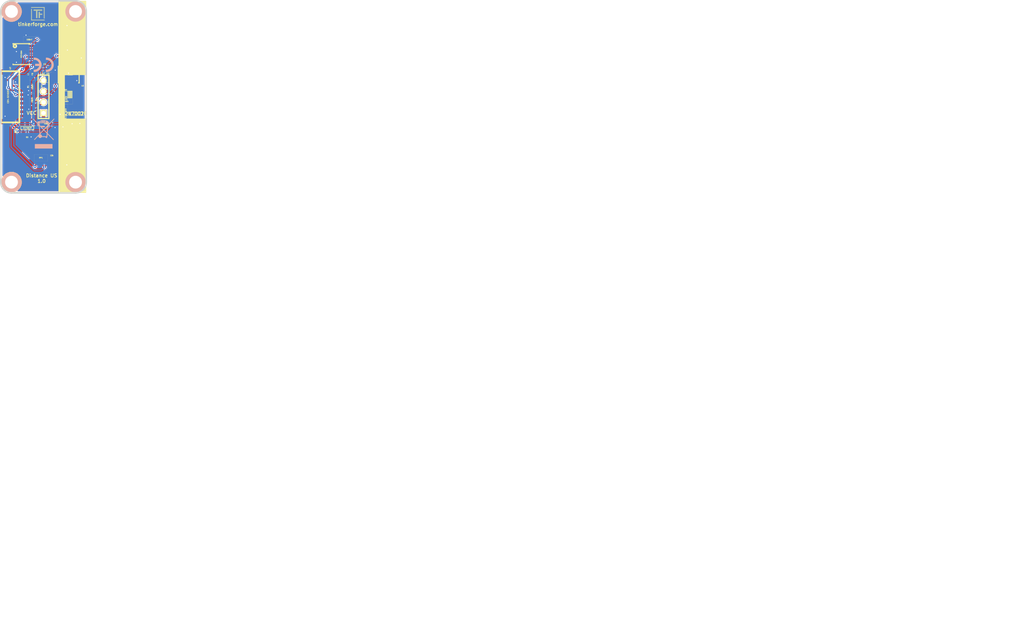
<source format=kicad_pcb>
(kicad_pcb (version 3) (host pcbnew "(2013-05-18 BZR 4017)-stable")
  (title_block (title "Distance US Bricklet") (rev 1.0) (company "Tinkerforge GmbH") (comment 1 "Licensed under CERN OHL v.1.1") (comment 2 "Copyright (©) 2013, B.Nordmeyer <bastian@tinkerforge.com>"))
  (layers (15 Vorderseite signal) (0 Rückseite signal) (18 B.Paste user) (19 F.Paste user) (20 B.SilkS user hide) (21 F.SilkS user) (22 B.Mask user) (23 F.Mask user) (28 Edge.Cuts user))
  (net 0 "")
  (net 1 +5V)
  (net 2 GND)
  (net 3 N-0000010)
  (net 4 N-0000011)
  (net 5 N-0000012)
  (net 6 N-0000014)
  (net 7 N-0000015)
  (net 8 N-0000016)
  (net 9 N-0000017)
  (net 10 N-000002)
  (net 11 N-000006)
  (net 12 N-000009)
  (net 13 Trigger)
  (net 14 VAA)
  (net 15 VCC)
  (module WEEE_7mm (layer Rückseite) (at 52.9 50.9)
    (fp_text reference VAL hide)
    (fp_text value WEEE_7mm hide)
  )
  (module SOIC8 (layer Vorderseite) (at 58.8 37.1)
    (fp_text reference U1 (at 3.29946 2.60096) (layer F.SilkS) (effects (font (size 0.29972 0.29972) (thickness 0.0762))))
    (fp_text value LMV358LI (at 0 0) (layer F.SilkS) (effects (font (size 0.29972 0.29972) (thickness 0.07493))))
    (pad 1 smd rect (at -1.90246 2.69748 180) (size 0.59944 1.5494) (layers Vorderseite F.Paste F.Mask))
    (pad 2 smd rect (at -0.63246 2.69748 180) (size 0.59944 1.5494) (layers Vorderseite F.Paste F.Mask) (net 6 N-0000014))
    (pad 3 smd rect (at 0.63246 2.69748 180) (size 0.59944 1.5494) (layers Vorderseite F.Paste F.Mask) (net 6 N-0000014))
    (pad 4 smd rect (at 1.90246 2.69748 180) (size 0.59944 1.5494) (layers Vorderseite F.Paste F.Mask) (net 2 GND))
    (pad 5 smd rect (at 1.90246 -2.69748) (size 0.59944 1.5494) (layers Vorderseite F.Paste F.Mask) (net 10 N-000002))
    (pad 6 smd rect (at 0.63246 -2.69748) (size 0.59944 1.5494) (layers Vorderseite F.Paste F.Mask) (net 5 N-0000012))
    (pad 7 smd rect (at -0.63246 -2.69748) (size 0.59944 1.5494) (layers Vorderseite F.Paste F.Mask) (net 5 N-0000012))
    (pad 8 smd rect (at -1.90246 -2.69748) (size 0.59944 1.5494) (layers Vorderseite F.Paste F.Mask) (net 14 VAA))
  )
  (module DRILL_NP (layer Vorderseite) (at 60.4 22.3)
    (fp_text reference U3 hide)
    (fp_text value DRILL hide)
    (pad "" thru_hole circle (at 0 0) (size 2.99974 2.99974) (drill 2.99974) (layers *.Cu *.SilkS *.Mask) (clearance 0.89916))
  )
  (module DRILL_NP (layer Vorderseite) (at 45.4 62.3)
    (fp_text reference U4 hide)
    (fp_text value DRILL hide)
    (pad "" thru_hole circle (at 0 0) (size 2.99974 2.99974) (drill 2.99974) (layers *.Cu *.SilkS *.Mask) (clearance 0.89916))
  )
  (module DRILL_NP (layer Vorderseite) (at 45.4 22.3)
    (fp_text reference U6 hide)
    (fp_text value DRILL hide)
    (pad "" thru_hole circle (at 0 0) (size 2.99974 2.99974) (drill 2.99974) (layers *.Cu *.SilkS *.Mask) (clearance 0.89916))
  )
  (module DRILL_NP (layer Vorderseite) (at 60.4 62.3)
    (fp_text reference U5 hide)
    (fp_text value DRILL hide)
    (pad "" thru_hole circle (at 0 0) (size 2.99974 2.99974) (drill 2.99974) (layers *.Cu *.SilkS *.Mask) (clearance 0.89916))
  )
  (module CON-SENSOR (layer Vorderseite) (at 43 42.3 270)
    (fp_text reference P1 (at 7.9502 -3.50012 270) (layer F.SilkS) (effects (font (size 0.59944 0.59944) (thickness 0.12446))))
    (fp_text value CON-SENSOR (at 0 -1.6002 270) (layer F.SilkS) (effects (font (size 0.29972 0.29972) (thickness 0.07112))))
    (pad 1 smd rect (at -4.50088 -4.7752 270) (size 0.59944 1.5494) (layers Vorderseite F.Paste F.Mask) (net 1 +5V))
    (pad 2 smd rect (at -3.50012 -4.7752 270) (size 0.59944 1.5494) (layers Vorderseite F.Paste F.Mask) (net 2 GND))
    (pad 3 smd rect (at -2.49936 -4.7752 270) (size 0.59944 1.5494) (layers Vorderseite F.Paste F.Mask) (net 15 VCC))
    (pad 4 smd rect (at -1.50114 -4.7752 270) (size 0.59944 1.5494) (layers Vorderseite F.Paste F.Mask) (net 7 N-0000015))
    (pad 5 smd rect (at -0.50038 -4.7752 270) (size 0.59944 1.5494) (layers Vorderseite F.Paste F.Mask) (net 8 N-0000016))
    (pad 6 smd rect (at 0.50038 -4.7752 270) (size 0.59944 1.5494) (layers Vorderseite F.Paste F.Mask) (net 9 N-0000017))
    (pad 7 smd rect (at 1.50114 -4.7752 270) (size 0.59944 1.5494) (layers Vorderseite F.Paste F.Mask) (net 5 N-0000012))
    (pad 8 smd rect (at 2.49936 -4.7752 270) (size 0.59944 1.5494) (layers Vorderseite F.Paste F.Mask) (net 11 N-000006))
    (pad 9 smd rect (at 3.50012 -4.7752 270) (size 0.59944 1.5494) (layers Vorderseite F.Paste F.Mask) (net 12 N-000009))
    (pad 10 smd rect (at 4.50088 -4.7752 270) (size 0.59944 1.5494) (layers Vorderseite F.Paste F.Mask))
    (pad EP smd rect (at -5.79882 -0.89916 270) (size 1.19888 1.80086) (layers Vorderseite F.Paste F.Mask) (net 2 GND))
    (pad EP smd rect (at 5.79882 -0.89916 270) (size 1.19888 1.80086) (layers Vorderseite F.Paste F.Mask) (net 2 GND))
  )
  (module SOIC8 (layer Vorderseite) (at 47.7 32.3 270)
    (fp_text reference U2 (at 3.29946 2.60096 270) (layer F.SilkS) (effects (font (size 0.29972 0.29972) (thickness 0.0762))))
    (fp_text value M24C64 (at 0 0 270) (layer F.SilkS) (effects (font (size 0.29972 0.29972) (thickness 0.0762))))
    (pad 1 smd rect (at -1.90246 2.69748 90) (size 0.59944 1.5494) (layers Vorderseite F.Paste F.Mask) (net 2 GND))
    (pad 2 smd rect (at -0.63246 2.69748 90) (size 0.59944 1.5494) (layers Vorderseite F.Paste F.Mask) (net 2 GND))
    (pad 3 smd rect (at 0.63246 2.69748 90) (size 0.59944 1.5494) (layers Vorderseite F.Paste F.Mask) (net 9 N-0000017))
    (pad 4 smd rect (at 1.90246 2.69748 90) (size 0.59944 1.5494) (layers Vorderseite F.Paste F.Mask) (net 2 GND))
    (pad 5 smd rect (at 1.90246 -2.69748 270) (size 0.59944 1.5494) (layers Vorderseite F.Paste F.Mask) (net 8 N-0000016))
    (pad 6 smd rect (at 0.63246 -2.69748 270) (size 0.59944 1.5494) (layers Vorderseite F.Paste F.Mask) (net 7 N-0000015))
    (pad 7 smd rect (at -0.63246 -2.69748 270) (size 0.59944 1.5494) (layers Vorderseite F.Paste F.Mask))
    (pad 8 smd rect (at -1.90246 -2.69748 270) (size 0.59944 1.5494) (layers Vorderseite F.Paste F.Mask) (net 15 VCC))
  )
  (module 0805 (layer Vorderseite) (at 53.2 35.7)
    (fp_text reference C3 (at 0 -1.04902) (layer F.SilkS) (effects (font (size 0.29972 0.29972) (thickness 0.0762))))
    (fp_text value "2.2uF 10V" (at 0 1.15062) (layer F.SilkS) (effects (font (size 0.29972 0.29972) (thickness 0.0762))))
    (pad 1 smd rect (at -1.00076 0) (size 1.00076 1.24968) (layers Vorderseite F.Paste F.Mask) (net 14 VAA) (clearance 0.14986))
    (pad 2 smd rect (at 1.00076 0) (size 1.00076 1.24968) (layers Vorderseite F.Paste F.Mask) (net 2 GND) (clearance 0.14986))
  )
  (module SOT23GDS (layer Vorderseite) (at 49.1 49.6 180)
    (fp_text reference Q1 (at 0 -2.159 180) (layer F.SilkS) (effects (font (size 0.3 0.3) (thickness 0.075))))
    (fp_text value 2N7002P (at 0 0 180) (layer F.SilkS) (effects (font (size 0.3 0.3) (thickness 0.075))))
    (pad S smd rect (at -0.889 -1.016 180) (size 0.9144 0.9144) (layers Vorderseite F.Paste F.Mask) (net 2 GND))
    (pad G smd rect (at 0.889 -1.016 180) (size 0.9144 0.9144) (layers Vorderseite F.Paste F.Mask) (net 12 N-000009))
    (pad D smd rect (at 0 1.016 180) (size 0.9144 0.9144) (layers Vorderseite F.Paste F.Mask) (net 13 Trigger))
  )
  (module 1206 (layer Vorderseite) (at 57.45 46.25 270)
    (fp_text reference C6 (at 0 0.5375 270) (layer F.SilkS) (effects (font (size 0.3 0.3) (thickness 0.075))))
    (fp_text value "0,1µF NC0" (at 0 -0.65 270) (layer F.SilkS) (effects (font (size 0.3 0.3) (thickness 0.075))))
    (pad 1 smd rect (at -1.50114 0 270) (size 1.00076 1.6002) (layers Vorderseite F.Paste F.Mask) (net 10 N-000002))
    (pad 2 smd rect (at 1.50114 0 270) (size 1.00076 1.6002) (layers Vorderseite F.Paste F.Mask) (net 2 GND))
  )
  (module pin_array_4x1 (layer Vorderseite) (at 52.9 42.3 90)
    (fp_text reference P2 (at 2.5 -0.4 90) (layer F.SilkS) (effects (font (size 0.3 0.3) (thickness 0.075))))
    (fp_text value CONN_4 hide)
    (pad 1 thru_hole rect (at -3.81 0 90) (size 1.524 1.524) (drill 1.016) (layers *.Cu *.Mask F.SilkS) (net 14 VAA))
    (pad 2 thru_hole circle (at -1.27 0 90) (size 1.524 1.524) (drill 1.016) (layers *.Cu *.Mask F.SilkS) (net 13 Trigger))
    (pad 3 thru_hole circle (at 1.27 0 90) (size 1.524 1.524) (drill 1.016) (layers *.Cu *.Mask F.SilkS) (net 3 N-0000010))
    (pad 4 thru_hole circle (at 3.81 0 90) (size 1.524 1.524) (drill 1.016) (layers *.Cu *.Mask F.SilkS) (net 2 GND))
  )
  (module 0603 (layer Vorderseite) (at 49.6 28.9 180)
    (fp_text reference C4 (at 0 -1.00076 180) (layer F.SilkS) (effects (font (size 0.29972 0.29972) (thickness 0.0762))))
    (fp_text value 100nF (at 0 0 180) (layer F.SilkS) (effects (font (size 0.29972 0.29972) (thickness 0.0762))))
    (pad 1 smd rect (at -0.8001 0 180) (size 0.8001 0.8001) (layers Vorderseite F.Paste F.Mask) (net 15 VCC))
    (pad 2 smd rect (at 0.8001 0 180) (size 0.8001 0.8001) (layers Vorderseite F.Paste F.Mask) (net 2 GND))
  )
  (module 0603 (layer Vorderseite) (at 50.3 37 90)
    (fp_text reference L1 (at 0 -1.00076 90) (layer F.SilkS) (effects (font (size 0.29972 0.29972) (thickness 0.0762))))
    (fp_text value FB (at 0 0 90) (layer F.SilkS) (effects (font (size 0.29972 0.29972) (thickness 0.0762))))
    (pad 1 smd rect (at -0.8001 0 90) (size 0.8001 0.8001) (layers Vorderseite F.Paste F.Mask) (net 1 +5V))
    (pad 2 smd rect (at 0.8001 0 90) (size 0.8001 0.8001) (layers Vorderseite F.Paste F.Mask) (net 14 VAA))
  )
  (module 0603 (layer Vorderseite) (at 53.7 48.6 180)
    (fp_text reference C7 (at 0 -1.00076 180) (layer F.SilkS) (effects (font (size 0.29972 0.29972) (thickness 0.0762))))
    (fp_text value 100nF (at 0 0 180) (layer F.SilkS) (effects (font (size 0.29972 0.29972) (thickness 0.0762))))
    (pad 1 smd rect (at -0.8001 0 180) (size 0.8001 0.8001) (layers Vorderseite F.Paste F.Mask) (net 2 GND))
    (pad 2 smd rect (at 0.8001 0 180) (size 0.8001 0.8001) (layers Vorderseite F.Paste F.Mask) (net 14 VAA))
  )
  (module 0603 (layer Vorderseite) (at 50.3 39.9 90)
    (fp_text reference C1 (at 0 -1.00076 90) (layer F.SilkS) (effects (font (size 0.29972 0.29972) (thickness 0.0762))))
    (fp_text value 100nF (at 0 0 90) (layer F.SilkS) (effects (font (size 0.29972 0.29972) (thickness 0.0762))))
    (pad 1 smd rect (at -0.8001 0 90) (size 0.8001 0.8001) (layers Vorderseite F.Paste F.Mask) (net 2 GND))
    (pad 2 smd rect (at 0.8001 0 90) (size 0.8001 0.8001) (layers Vorderseite F.Paste F.Mask) (net 1 +5V))
  )
  (module 0603 (layer Vorderseite) (at 58.25 43.35)
    (fp_text reference R1 (at 0 -1.00076) (layer F.SilkS) (effects (font (size 0.29972 0.29972) (thickness 0.0762))))
    (fp_text value 160k (at 0 0) (layer F.SilkS) (effects (font (size 0.29972 0.29972) (thickness 0.0762))))
    (pad 1 smd rect (at -0.8001 0) (size 0.8001 0.8001) (layers Vorderseite F.Paste F.Mask) (net 10 N-000002))
    (pad 2 smd rect (at 0.8001 0) (size 0.8001 0.8001) (layers Vorderseite F.Paste F.Mask) (net 4 N-0000011))
  )
  (module 0603 (layer Vorderseite) (at 57.7 32.7 180)
    (fp_text reference C2 (at 0 -1.00076 180) (layer F.SilkS) (effects (font (size 0.29972 0.29972) (thickness 0.0762))))
    (fp_text value 100nF (at 0 0 180) (layer F.SilkS) (effects (font (size 0.29972 0.29972) (thickness 0.0762))))
    (pad 1 smd rect (at -0.8001 0 180) (size 0.8001 0.8001) (layers Vorderseite F.Paste F.Mask) (net 2 GND))
    (pad 2 smd rect (at 0.8001 0 180) (size 0.8001 0.8001) (layers Vorderseite F.Paste F.Mask) (net 14 VAA))
  )
  (module Logo_31x31 (layer Vorderseite) (at 50 21.25)
    (fp_text reference G*** hide)
    (fp_text value Logo_31x31 hide)
  )
  (module CE_5mm (layer Rückseite) (at 52.9 34.8 180)
    (fp_text reference VAL hide)
    (fp_text value CE_5mm hide)
  )
  (module Fiducial_Mark (layer Vorderseite) (at 44.4 57.3)
    (fp_text reference Fiducial_Mark hide)
    (fp_text value VAL** hide)
    (pad 1 smd circle (at 0 0) (size 1.00076 1.00076) (layers Vorderseite F.Mask) (clearance 0.65024))
  )
  (module Fiducial_Mark (layer Vorderseite) (at 61.4 26.3)
    (fp_text reference Fiducial_Mark hide)
    (fp_text value VAL** hide)
    (pad 1 smd circle (at 0 0) (size 1.00076 1.00076) (layers Vorderseite F.Mask) (clearance 0.65024))
  )
  (module SOD-123 (layer Vorderseite) (at 58.25 41.75)
    (fp_text reference D1 (at 0 1.09982) (layer F.SilkS) (effects (font (size 0.29972 0.29972) (thickness 0.0762))))
    (fp_text value BAS16H (at -0.70104 -1.09982) (layer F.SilkS) (effects (font (size 0.29972 0.29972) (thickness 0.0762))))
    (pad 1 smd rect (at -1.84912 0) (size 1.19888 0.70104) (layers Vorderseite F.Paste F.Mask) (net 3 N-0000010) (clearance 0.14986))
    (pad 2 smd rect (at 1.84912 0) (size 1.19888 0.70104) (layers Vorderseite F.Paste F.Mask) (net 4 N-0000011) (clearance 0.14986))
  )
  (module SOT23GDS (layer Vorderseite) (at 60.5 46.25 180)
    (fp_text reference Q2 (at 0 -2.159 180) (layer F.SilkS) (effects (font (size 0.762 0.762) (thickness 0.2032))))
    (fp_text value 2N7002P (at 0 0 180) (layer F.SilkS) (effects (font (size 0.762 0.762) (thickness 0.2032))))
    (pad S smd rect (at -0.889 -1.016 180) (size 0.9144 0.9144) (layers Vorderseite F.Paste F.Mask) (net 2 GND))
    (pad G smd rect (at 0.889 -1.016 180) (size 0.9144 0.9144) (layers Vorderseite F.Paste F.Mask) (net 11 N-000006))
    (pad D smd rect (at 0 1.016 180) (size 0.9144 0.9144) (layers Vorderseite F.Paste F.Mask) (net 10 N-000002))
  )
  (module 0603X4 (layer Vorderseite) (at 52.3 56.6)
    (fp_text reference RP1 (at 0 0) (layer F.SilkS) (effects (font (size 0.29972 0.29972) (thickness 0.0762))))
    (fp_text value 10k (at 2.55016 -0.55118) (layer F.SilkS) (effects (font (size 0.29972 0.29972) (thickness 0.07493))))
    (pad 1 smd rect (at 1.19888 -0.8509) (size 0.44958 0.89916) (layers Vorderseite F.Paste F.Mask) (net 11 N-000006))
    (pad 2 smd rect (at 0.39878 -0.8509) (size 0.44958 0.89916) (layers Vorderseite F.Paste F.Mask) (net 12 N-000009))
    (pad 3 smd rect (at -0.39878 -0.8509) (size 0.44958 0.89916) (layers Vorderseite F.Paste F.Mask))
    (pad 4 smd rect (at -1.19888 -0.8509) (size 0.44958 0.89916) (layers Vorderseite F.Paste F.Mask) (net 13 Trigger))
    (pad 5 smd rect (at -1.19888 0.8509) (size 0.44958 0.89916) (layers Vorderseite F.Paste F.Mask) (net 14 VAA))
    (pad 6 smd rect (at -0.39878 0.8509) (size 0.44958 0.89916) (layers Vorderseite F.Paste F.Mask))
    (pad 7 smd rect (at 0.39878 0.8509) (size 0.44958 0.89916) (layers Vorderseite F.Paste F.Mask) (net 15 VCC))
    (pad 8 smd rect (at 1.19888 0.8509) (size 0.44958 0.89916) (layers Vorderseite F.Paste F.Mask) (net 15 VCC))
  )
  (module 0603 (layer Vorderseite) (at 50.25 43 270)
    (fp_text reference C5 (at 0 -1.00076 270) (layer F.SilkS) (effects (font (size 0.29972 0.29972) (thickness 0.0762))))
    (fp_text value 100nF (at 0 0 270) (layer F.SilkS) (effects (font (size 0.29972 0.29972) (thickness 0.0762))))
    (pad 1 smd rect (at -0.8001 0 270) (size 0.8001 0.8001) (layers Vorderseite F.Paste F.Mask) (net 2 GND))
    (pad 2 smd rect (at 0.8001 0 270) (size 0.8001 0.8001) (layers Vorderseite F.Paste F.Mask) (net 5 N-0000012))
  )
  (gr_text VCC (at 50.1 46.1) (layer F.SilkS) (effects (font (size 0.8 0.8))))
  (gr_line (start 62.9 22.25) (end 62.9 62.3) (angle 90) (layer Edge.Cuts) (width 0.381))
  (gr_line (start 45.4 19.8) (end 60.4 19.8) (angle 90) (layer Edge.Cuts) (width 0.381))
  (gr_line (start 42.9 62.3) (end 42.9 22.3) (angle 90) (layer Edge.Cuts) (width 0.381))
  (gr_line (start 60.4 64.8) (end 45.4 64.8) (angle 90) (layer Edge.Cuts) (width 0.381))
  (gr_arc (start 60.4 62.3) (end 62.9 62.3) (angle 90) (layer Edge.Cuts) (width 0.381))
  (gr_arc (start 60.4 22.3) (end 60.4 19.8) (angle 90) (layer Edge.Cuts) (width 0.381))
  (gr_arc (start 45.4 22.3) (end 42.9 22.3) (angle 90) (layer Edge.Cuts) (width 0.381))
  (gr_arc (start 45.4 62.3) (end 45.4 64.8) (angle 90) (layer Edge.Cuts) (width 0.381))
  (gr_text "Distance US\n1.0" (at 52.45 61.4) (layer F.SilkS) (effects (font (size 0.8 0.8))))
  (gr_text tinkerforge.com (at 51.6 25.3) (layer F.SilkS) (effects (font (size 0.8 0.8))))
  (segment (start 50.3 39.0999) (end 50.1999 39.0999) (width 0.8001) (layer Vorderseite) (net 1))
  (segment (start 48.89912 37.79912) (end 47.7752 37.79912) (width 0.8001) (layer Vorderseite) (net 1))
  (segment (start 50.1999 39.0999) (end 48.89912 37.79912) (width 0.8001) (layer Vorderseite) (net 1))
  (segment (start 50.3 39.0999) (end 50.3 37.8001) (width 0.8001) (layer Vorderseite) (net 1))
  (segment (start 49.3 41.85) (end 49.3 45.05) (width 0.29972) (layer Rückseite) (net 2))
  (via (at 49.45 45.2) (size 0.70104) (layers Vorderseite Rückseite) (net 2))
  (segment (start 49.3 45.05) (end 49.45 45.2) (width 0.29972) (layer Rückseite) (net 2))
  (segment (start 50.3 40.7001) (end 49.8501 40.7001) (width 0.8001) (layer Vorderseite) (net 2))
  (via (at 49.2 40.05) (size 0.70104) (layers Vorderseite Rückseite) (net 2))
  (segment (start 49.8501 40.7001) (end 49.2 40.05) (width 0.8001) (layer Vorderseite) (net 2))
  (segment (start 55.65 36.05) (end 54.55076 36.05) (width 0.8001) (layer Vorderseite) (net 2))
  (via (at 55.65 36.05) (size 0.70104) (layers Vorderseite Rückseite) (net 2))
  (segment (start 54.55076 36.05) (end 54.20076 35.7) (width 0.8001) (layer Vorderseite) (net 2))
  (segment (start 60.7 38.5) (end 60.5 38.5) (width 0.29972) (layer Vorderseite) (net 2))
  (via (at 58.75 36.75) (size 0.70104) (layers Vorderseite Rückseite) (net 2))
  (segment (start 60.5 38.5) (end 58.75 36.75) (width 0.29972) (layer Vorderseite) (net 2))
  (segment (start 58.5 31.35) (end 59.9 31.35) (width 0.29972) (layer Rückseite) (net 2))
  (via (at 61.75 33.2) (size 0.70104) (layers Vorderseite Rückseite) (net 2))
  (segment (start 59.9 31.35) (end 61.75 33.2) (width 0.29972) (layer Rückseite) (net 2))
  (segment (start 48.8 27.85) (end 56.15 27.85) (width 0.29972) (layer Vorderseite) (net 2))
  (via (at 58.4 25.6) (size 0.70104) (layers Vorderseite Rückseite) (net 2))
  (segment (start 56.15 27.85) (end 58.4 25.6) (width 0.29972) (layer Vorderseite) (net 2))
  (segment (start 61.4 48.55) (end 61.4 55.2) (width 0.29972) (layer Rückseite) (net 2))
  (via (at 58.35 58.25) (size 0.70104) (layers Vorderseite Rückseite) (net 2))
  (segment (start 61.4 55.2) (end 58.35 58.25) (width 0.29972) (layer Rückseite) (net 2))
  (segment (start 48.8 27.85) (end 48 27.85) (width 0.29972) (layer Rückseite) (net 2))
  (segment (start 46.55 29.3) (end 46.55 30.4) (width 0.29972) (layer Rückseite) (net 2))
  (segment (start 48 27.85) (end 46.55 29.3) (width 0.29972) (layer Rückseite) (net 2))
  (segment (start 58.5 31.35) (end 54.95 31.35) (width 0.29972) (layer Rückseite) (net 2))
  (segment (start 48.7999 27.8501) (end 48.7999 28.9) (width 0.29972) (layer Vorderseite) (net 2))
  (segment (start 48.8 27.85) (end 48.7999 27.8501) (width 0.29972) (layer Vorderseite) (net 2))
  (via (at 48.8 27.85) (size 0.70104) (layers Vorderseite Rückseite) (net 2))
  (segment (start 51.45 27.85) (end 48.8 27.85) (width 0.29972) (layer Rückseite) (net 2))
  (segment (start 54.95 31.35) (end 51.45 27.85) (width 0.29972) (layer Rückseite) (net 2))
  (segment (start 52.9 38.49) (end 53.21 38.49) (width 0.29972) (layer Rückseite) (net 2))
  (segment (start 58.5001 31.3501) (end 58.5001 32.7) (width 0.29972) (layer Vorderseite) (net 2))
  (segment (start 58.5 31.35) (end 58.5001 31.3501) (width 0.29972) (layer Vorderseite) (net 2))
  (via (at 58.5 31.35) (size 0.70104) (layers Vorderseite Rückseite) (net 2))
  (segment (start 58.5 33.2) (end 58.5 31.35) (width 0.29972) (layer Rückseite) (net 2))
  (segment (start 53.21 38.49) (end 55.65 36.05) (width 0.29972) (layer Rückseite) (net 2))
  (segment (start 55.65 36.05) (end 58.5 33.2) (width 0.29972) (layer Rückseite) (net 2))
  (segment (start 45.00252 30.39754) (end 46.54754 30.39754) (width 0.29972) (layer Vorderseite) (net 2))
  (segment (start 46.54754 30.39754) (end 46.55 30.4) (width 0.29972) (layer Vorderseite) (net 2))
  (via (at 46.55 30.4) (size 0.70104) (layers Vorderseite Rückseite) (net 2))
  (segment (start 46.55 30.4) (end 46.55 31.7) (width 0.29972) (layer Rückseite) (net 2))
  (segment (start 46.55 34.2) (end 46.55 31.7) (width 0.29972) (layer Rückseite) (net 2))
  (segment (start 46.51754 31.66754) (end 45.00252 31.66754) (width 0.29972) (layer Vorderseite) (net 2))
  (segment (start 46.55 31.7) (end 46.51754 31.66754) (width 0.29972) (layer Vorderseite) (net 2))
  (via (at 46.55 31.7) (size 0.70104) (layers Vorderseite Rückseite) (net 2))
  (segment (start 45.00252 34.20246) (end 46.54754 34.20246) (width 0.29972) (layer Vorderseite) (net 2))
  (segment (start 43.9 36.85) (end 43.9 37.75) (width 0.29972) (layer Rückseite) (net 2))
  (segment (start 46.55 34.2) (end 43.9 36.85) (width 0.29972) (layer Rückseite) (net 2))
  (via (at 46.55 34.2) (size 0.70104) (layers Vorderseite Rückseite) (net 2))
  (segment (start 46.54754 34.20246) (end 46.55 34.2) (width 0.29972) (layer Vorderseite) (net 2))
  (segment (start 43.89916 48.09882) (end 43.89916 46.85084) (width 0.29972) (layer Vorderseite) (net 2))
  (segment (start 43.89916 37.74916) (end 43.89916 36.50118) (width 0.29972) (layer Vorderseite) (net 2))
  (segment (start 43.9 37.75) (end 43.89916 37.74916) (width 0.29972) (layer Vorderseite) (net 2))
  (via (at 43.9 37.75) (size 0.70104) (layers Vorderseite Rückseite) (net 2))
  (segment (start 43.9 46.85) (end 43.9 37.75) (width 0.29972) (layer Rückseite) (net 2))
  (via (at 43.9 46.85) (size 0.70104) (layers Vorderseite Rückseite) (net 2))
  (segment (start 43.89916 46.85084) (end 43.9 46.85) (width 0.29972) (layer Vorderseite) (net 2))
  (segment (start 57.45 47.75114) (end 57.45 47.05) (width 0.29972) (layer Vorderseite) (net 2))
  (via (at 56.8 46.4) (size 0.70104) (layers Vorderseite Rückseite) (net 2))
  (segment (start 57.45 47.05) (end 56.8 46.4) (width 0.29972) (layer Vorderseite) (net 2))
  (segment (start 57.45 47.75114) (end 57.45 49.35) (width 0.29972) (layer Vorderseite) (net 2))
  (segment (start 58.2 50.1) (end 58.2 51.7) (width 0.29972) (layer Rückseite) (net 2))
  (segment (start 57.45 49.35) (end 58.2 50.1) (width 0.29972) (layer Rückseite) (net 2))
  (via (at 57.45 49.35) (size 0.70104) (layers Vorderseite Rückseite) (net 2))
  (segment (start 58.2 51.7) (end 58.2 51.65) (width 0.29972) (layer Rückseite) (net 2))
  (segment (start 58.2 51.65) (end 58.2 51.7) (width 0.29972) (layer Rückseite) (net 2))
  (segment (start 54.5001 48.6) (end 54.7 48.6) (width 0.29972) (layer Vorderseite) (net 2))
  (segment (start 55.8 49.7) (end 55.8 51.7) (width 0.29972) (layer Rückseite) (net 2))
  (segment (start 55.6 49.5) (end 55.8 49.7) (width 0.29972) (layer Rückseite) (net 2))
  (via (at 55.6 49.5) (size 0.70104) (layers Vorderseite Rückseite) (net 2))
  (segment (start 54.7 48.6) (end 55.6 49.5) (width 0.29972) (layer Vorderseite) (net 2))
  (segment (start 50.25 42.1999) (end 49.6499 42.1999) (width 0.29972) (layer Vorderseite) (net 2))
  (segment (start 49.4 41.75) (end 49.4 40.85) (width 0.29972) (layer Rückseite) (net 2))
  (segment (start 49.3 41.85) (end 49.4 41.75) (width 0.29972) (layer Rückseite) (net 2))
  (via (at 49.3 41.85) (size 0.70104) (layers Vorderseite Rückseite) (net 2))
  (segment (start 49.6499 42.1999) (end 49.3 41.85) (width 0.29972) (layer Vorderseite) (net 2))
  (segment (start 49.4 39.7001) (end 49.4 40.85) (width 0.29972) (layer Vorderseite) (net 2))
  (segment (start 46.35012 38.79988) (end 47.7752 38.79988) (width 0.29972) (layer Vorderseite) (net 2))
  (segment (start 46.35 38.8) (end 46.35012 38.79988) (width 0.29972) (layer Vorderseite) (net 2))
  (via (at 46.35 38.8) (size 0.70104) (layers Vorderseite Rückseite) (net 2))
  (segment (start 47.35 38.8) (end 46.35 38.8) (width 0.29972) (layer Rückseite) (net 2))
  (segment (start 49.4 40.85) (end 47.35 38.8) (width 0.29972) (layer Rückseite) (net 2))
  (via (at 49.4 40.85) (size 0.70104) (layers Vorderseite Rückseite) (net 2))
  (segment (start 50 51.7) (end 55.8 51.7) (width 0.8001) (layer Rückseite) (net 2))
  (segment (start 55.8 51.7) (end 58.2 51.7) (width 0.8001) (layer Rückseite) (net 2))
  (segment (start 58.2 51.7) (end 59.15 51.7) (width 0.8001) (layer Rückseite) (net 2))
  (segment (start 49.989 51.689) (end 50 51.7) (width 0.29972) (layer Vorderseite) (net 2))
  (via (at 50 51.7) (size 0.70104) (layers Vorderseite Rückseite) (net 2))
  (segment (start 49.989 50.616) (end 49.989 51.689) (width 0.29972) (layer Vorderseite) (net 2))
  (segment (start 61.4 49.45) (end 61.4 48.55) (width 0.8001) (layer Rückseite) (net 2))
  (segment (start 59.15 51.7) (end 61.4 49.45) (width 0.8001) (layer Rückseite) (net 2))
  (segment (start 60.7 38.5) (end 60.7 47.85) (width 0.8001) (layer Rückseite) (net 2))
  (segment (start 61.389 48.539) (end 61.4 48.55) (width 0.29972) (layer Vorderseite) (net 2))
  (via (at 61.4 48.55) (size 0.70104) (layers Vorderseite Rückseite) (net 2))
  (segment (start 61.389 48.539) (end 61.389 47.266) (width 0.29972) (layer Vorderseite) (net 2))
  (segment (start 60.7 47.85) (end 61.4 48.55) (width 0.8001) (layer Rückseite) (net 2))
  (segment (start 60.70246 39.79748) (end 60.70246 38.50246) (width 0.29972) (layer Vorderseite) (net 2))
  (segment (start 60.69 38.49) (end 60.7 38.5) (width 0.8001) (layer Rückseite) (net 2))
  (via (at 60.7 38.5) (size 0.70104) (layers Vorderseite Rückseite) (net 2))
  (segment (start 60.69 38.49) (end 52.9 38.49) (width 0.8001) (layer Rückseite) (net 2))
  (segment (start 60.70246 38.50246) (end 60.7 38.5) (width 0.29972) (layer Vorderseite) (net 2))
  (segment (start 52.9 41.03) (end 54.73 41.03) (width 0.8001) (layer Vorderseite) (net 3))
  (segment (start 55.45 41.75) (end 56.40088 41.75) (width 0.8001) (layer Vorderseite) (net 3))
  (segment (start 54.73 41.03) (end 55.45 41.75) (width 0.8001) (layer Vorderseite) (net 3))
  (segment (start 60.09912 41.75) (end 60.09912 42.30098) (width 0.8001) (layer Vorderseite) (net 4))
  (segment (start 60.09912 42.30098) (end 59.0501 43.35) (width 0.8001) (layer Vorderseite) (net 4))
  (segment (start 50.25 43.8001) (end 50.6999 43.8001) (width 0.29972) (layer Vorderseite) (net 5))
  (segment (start 57.3 35.8) (end 58.6 35.8) (width 0.29972) (layer Vorderseite) (net 5))
  (segment (start 55.7 37.4) (end 57.3 35.8) (width 0.29972) (layer Vorderseite) (net 5))
  (segment (start 55.7 39.75) (end 55.7 37.4) (width 0.29972) (layer Vorderseite) (net 5))
  (via (at 55.7 39.75) (size 0.70104) (layers Vorderseite Rückseite) (net 5))
  (segment (start 55.7 40.4) (end 55.7 39.75) (width 0.29972) (layer Rückseite) (net 5))
  (segment (start 53.75 42.35) (end 55.7 40.4) (width 0.29972) (layer Rückseite) (net 5))
  (segment (start 52.15 42.35) (end 53.75 42.35) (width 0.29972) (layer Rückseite) (net 5))
  (segment (start 51.65 42.85) (end 52.15 42.35) (width 0.29972) (layer Rückseite) (net 5))
  (via (at 51.65 42.85) (size 0.70104) (layers Vorderseite Rückseite) (net 5))
  (segment (start 50.6999 43.8001) (end 51.65 42.85) (width 0.29972) (layer Vorderseite) (net 5))
  (segment (start 58.16754 34.40252) (end 58.16754 35.36754) (width 0.29972) (layer Vorderseite) (net 5))
  (segment (start 58.16754 35.36754) (end 58.6 35.8) (width 0.29972) (layer Vorderseite) (net 5))
  (segment (start 59.43246 35.56754) (end 59.43246 34.40252) (width 0.29972) (layer Vorderseite) (net 5))
  (segment (start 58.6 35.8) (end 59.2 35.8) (width 0.29972) (layer Vorderseite) (net 5))
  (segment (start 59.2 35.8) (end 59.43246 35.56754) (width 0.29972) (layer Vorderseite) (net 5))
  (segment (start 50.25 43.8001) (end 47.77624 43.8001) (width 0.29972) (layer Vorderseite) (net 5))
  (segment (start 47.77624 43.8001) (end 47.7752 43.80114) (width 0.29972) (layer Vorderseite) (net 5))
  (segment (start 58.16754 39.79748) (end 58.16754 38.73246) (width 0.29972) (layer Vorderseite) (net 6))
  (segment (start 59.43246 38.63246) (end 59.43246 39.79748) (width 0.29972) (layer Vorderseite) (net 6))
  (segment (start 59.15 38.35) (end 59.43246 38.63246) (width 0.29972) (layer Vorderseite) (net 6))
  (segment (start 58.55 38.35) (end 59.15 38.35) (width 0.29972) (layer Vorderseite) (net 6))
  (segment (start 58.16754 38.73246) (end 58.55 38.35) (width 0.29972) (layer Vorderseite) (net 6))
  (segment (start 48.3 34.35) (end 48.3 33.35) (width 0.29972) (layer Rückseite) (net 7))
  (segment (start 48.71754 32.93246) (end 50.39748 32.93246) (width 0.29972) (layer Vorderseite) (net 7))
  (segment (start 48.7 32.95) (end 48.71754 32.93246) (width 0.29972) (layer Vorderseite) (net 7))
  (via (at 48.7 32.95) (size 0.70104) (layers Vorderseite Rückseite) (net 7))
  (segment (start 48.3 33.35) (end 48.7 32.95) (width 0.29972) (layer Rückseite) (net 7))
  (segment (start 47.7752 40.79886) (end 45.34886 40.79886) (width 0.29972) (layer Vorderseite) (net 7))
  (segment (start 45.753824 36.896176) (end 48.3 34.35) (width 0.29972) (layer Rückseite) (net 7))
  (segment (start 45.753824 37.096176) (end 45.753824 36.896176) (width 0.29972) (layer Rückseite) (net 7))
  (segment (start 44.7 38.15) (end 45.753824 37.096176) (width 0.29972) (layer Rückseite) (net 7))
  (segment (start 44.7 40.15) (end 44.7 38.15) (width 0.29972) (layer Rückseite) (net 7))
  (via (at 44.7 40.15) (size 0.70104) (layers Vorderseite Rückseite) (net 7))
  (segment (start 45.34886 40.79886) (end 44.7 40.15) (width 0.29972) (layer Vorderseite) (net 7))
  (segment (start 50.39748 34.20246) (end 50.39748 34.90252) (width 0.29972) (layer Vorderseite) (net 8))
  (segment (start 46.40038 41.79962) (end 47.7752 41.79962) (width 0.29972) (layer Vorderseite) (net 8))
  (segment (start 46.4 41.8) (end 46.40038 41.79962) (width 0.29972) (layer Vorderseite) (net 8))
  (via (at 46.4 41.8) (size 0.70104) (layers Vorderseite Rückseite) (net 8))
  (segment (start 45.55 40.95) (end 46.4 41.8) (width 0.29972) (layer Rückseite) (net 8))
  (segment (start 45.55 38.1) (end 45.55 40.95) (width 0.29972) (layer Rückseite) (net 8))
  (segment (start 46.85 36.8) (end 45.55 38.1) (width 0.29972) (layer Rückseite) (net 8))
  (segment (start 48.5 36.8) (end 46.85 36.8) (width 0.29972) (layer Rückseite) (net 8))
  (segment (start 50.1 35.2) (end 48.5 36.8) (width 0.29972) (layer Rückseite) (net 8))
  (via (at 50.1 35.2) (size 0.70104) (layers Vorderseite Rückseite) (net 8))
  (segment (start 50.39748 34.90252) (end 50.1 35.2) (width 0.29972) (layer Vorderseite) (net 8))
  (segment (start 47.7752 42.80038) (end 46.00038 42.80038) (width 0.29972) (layer Vorderseite) (net 9))
  (segment (start 46.78246 32.93246) (end 45.00252 32.93246) (width 0.29972) (layer Vorderseite) (net 9))
  (segment (start 47.35 33.5) (end 46.78246 32.93246) (width 0.29972) (layer Vorderseite) (net 9))
  (segment (start 47.35 34.9) (end 47.35 33.5) (width 0.29972) (layer Vorderseite) (net 9))
  (segment (start 45.3 36.95) (end 47.35 34.9) (width 0.29972) (layer Vorderseite) (net 9))
  (segment (start 45.3 37.5) (end 45.3 36.95) (width 0.29972) (layer Vorderseite) (net 9))
  (segment (start 43.95 38.85) (end 45.3 37.5) (width 0.29972) (layer Vorderseite) (net 9))
  (segment (start 43.95 40.75) (end 43.95 38.85) (width 0.29972) (layer Vorderseite) (net 9))
  (segment (start 46.00038 42.80038) (end 43.95 40.75) (width 0.29972) (layer Vorderseite) (net 9))
  (segment (start 60.70246 34.40252) (end 60.70246 36.05246) (width 0.29972) (layer Vorderseite) (net 10))
  (segment (start 61.85 43.884) (end 60.5 45.234) (width 0.29972) (layer Vorderseite) (net 10))
  (segment (start 61.85 37.2) (end 61.85 43.884) (width 0.29972) (layer Vorderseite) (net 10))
  (segment (start 60.70246 36.05246) (end 61.85 37.2) (width 0.29972) (layer Vorderseite) (net 10))
  (segment (start 57.45 44.74886) (end 60.01486 44.74886) (width 0.8001) (layer Vorderseite) (net 10))
  (segment (start 60.01486 44.74886) (end 60.5 45.234) (width 0.8001) (layer Vorderseite) (net 10))
  (segment (start 57.4499 43.35) (end 57.4499 44.74876) (width 0.8001) (layer Vorderseite) (net 10))
  (segment (start 57.4499 44.74876) (end 57.45 44.74886) (width 0.8001) (layer Vorderseite) (net 10))
  (segment (start 47.7752 44.79936) (end 46.90064 44.79936) (width 0.29972) (layer Vorderseite) (net 11))
  (segment (start 59.6 48.6) (end 59.611 48.6) (width 0.29972) (layer Vorderseite) (net 11))
  (via (at 59.6 48.6) (size 0.70104) (layers Vorderseite Rückseite) (net 11))
  (segment (start 55.1 48.6) (end 59.6 48.6) (width 0.29972) (layer Rückseite) (net 11))
  (segment (start 53.4 50.3) (end 55.1 48.6) (width 0.29972) (layer Rückseite) (net 11))
  (segment (start 46.7 50.3) (end 53.4 50.3) (width 0.29972) (layer Rückseite) (net 11))
  (via (at 46.7 50.3) (size 0.70104) (layers Vorderseite Rückseite) (net 11))
  (segment (start 45.5 49.1) (end 46.7 50.3) (width 0.29972) (layer Vorderseite) (net 11))
  (segment (start 45.5 46.2) (end 45.5 49.1) (width 0.29972) (layer Vorderseite) (net 11))
  (segment (start 46.90064 44.79936) (end 45.5 46.2) (width 0.29972) (layer Vorderseite) (net 11))
  (segment (start 53.49888 55.7491) (end 55.4009 55.7491) (width 0.29972) (layer Vorderseite) (net 11))
  (segment (start 59.611 51.539) (end 59.611 48.6) (width 0.29972) (layer Vorderseite) (net 11))
  (segment (start 59.611 48.6) (end 59.611 47.266) (width 0.29972) (layer Vorderseite) (net 11))
  (segment (start 55.4009 55.7491) (end 59.611 51.539) (width 0.29972) (layer Vorderseite) (net 11))
  (segment (start 48.211 50.616) (end 48.211 50.161) (width 0.29972) (layer Vorderseite) (net 12))
  (segment (start 46.89988 45.80012) (end 47.7752 45.80012) (width 0.29972) (layer Vorderseite) (net 12))
  (segment (start 46.15 46.55) (end 46.89988 45.80012) (width 0.29972) (layer Vorderseite) (net 12))
  (segment (start 46.15 48.1) (end 46.15 46.55) (width 0.29972) (layer Vorderseite) (net 12))
  (segment (start 48.211 50.161) (end 46.15 48.1) (width 0.29972) (layer Vorderseite) (net 12))
  (segment (start 52.69878 55.7491) (end 52.69878 56.35122) (width 0.29972) (layer Vorderseite) (net 12))
  (segment (start 48.211 55.161) (end 48.211 50.616) (width 0.29972) (layer Vorderseite) (net 12))
  (segment (start 49.65 56.6) (end 48.211 55.161) (width 0.29972) (layer Vorderseite) (net 12))
  (segment (start 52.45 56.6) (end 49.65 56.6) (width 0.29972) (layer Vorderseite) (net 12))
  (segment (start 52.69878 56.35122) (end 52.45 56.6) (width 0.29972) (layer Vorderseite) (net 12))
  (segment (start 52.9 43.57) (end 52.78 43.57) (width 0.29972) (layer Vorderseite) (net 13))
  (segment (start 50.4 47.284) (end 49.1 48.584) (width 0.29972) (layer Vorderseite) (net 13))
  (segment (start 50.4 45.95) (end 50.4 47.284) (width 0.29972) (layer Vorderseite) (net 13))
  (segment (start 52.78 43.57) (end 50.4 45.95) (width 0.29972) (layer Vorderseite) (net 13))
  (segment (start 51.10112 55.7491) (end 50.5491 55.7491) (width 0.29972) (layer Vorderseite) (net 13))
  (segment (start 49.1 54.3) (end 49.1 48.584) (width 0.29972) (layer Vorderseite) (net 13))
  (segment (start 50.5491 55.7491) (end 49.1 54.3) (width 0.29972) (layer Vorderseite) (net 13))
  (segment (start 52.19924 35.7) (end 51.15 35.7) (width 0.8001) (layer Vorderseite) (net 14))
  (segment (start 50.6501 36.1999) (end 50.3 36.1999) (width 0.8001) (layer Vorderseite) (net 14))
  (segment (start 51.15 35.7) (end 50.6501 36.1999) (width 0.8001) (layer Vorderseite) (net 14))
  (segment (start 52.2 37.15) (end 52.2 35.70076) (width 0.8001) (layer Vorderseite) (net 14))
  (segment (start 52.2 35.70076) (end 52.19924 35.7) (width 0.8001) (layer Vorderseite) (net 14))
  (segment (start 56.8999 32.7) (end 55.9 32.7) (width 0.29972) (layer Vorderseite) (net 14))
  (segment (start 52.2 36.4) (end 52.2 37.15) (width 0.29972) (layer Rückseite) (net 14))
  (segment (start 55.9 32.7) (end 52.2 36.4) (width 0.29972) (layer Rückseite) (net 14))
  (via (at 55.9 32.7) (size 0.70104) (layers Vorderseite Rückseite) (net 14))
  (segment (start 56.89754 34.40252) (end 56.89754 32.70236) (width 0.29972) (layer Vorderseite) (net 14))
  (segment (start 56.89754 32.70236) (end 56.8999 32.7) (width 0.29972) (layer Vorderseite) (net 14))
  (segment (start 50.6 48.6) (end 50.6 38.75) (width 0.8001) (layer Rückseite) (net 14))
  (segment (start 51.3 38.05) (end 52.2 37.15) (width 0.8001) (layer Rückseite) (net 14))
  (segment (start 50.6 38.75) (end 51.3 38.05) (width 0.8001) (layer Rückseite) (net 14))
  (segment (start 51.10112 57.4509) (end 51.10112 58.44888) (width 0.29972) (layer Vorderseite) (net 14))
  (segment (start 47.2 48.6) (end 50.6 48.6) (width 0.29972) (layer Rückseite) (net 14))
  (segment (start 45.95 49.85) (end 47.2 48.6) (width 0.29972) (layer Rückseite) (net 14))
  (segment (start 45.95 53.7) (end 45.95 49.85) (width 0.29972) (layer Rückseite) (net 14))
  (segment (start 50.9 58.65) (end 45.95 53.7) (width 0.29972) (layer Rückseite) (net 14))
  (via (at 50.9 58.65) (size 0.70104) (layers Vorderseite Rückseite) (net 14))
  (segment (start 51.10112 58.44888) (end 50.9 58.65) (width 0.29972) (layer Vorderseite) (net 14))
  (segment (start 52.8999 48.6) (end 50.6 48.6) (width 0.8001) (layer Vorderseite) (net 14))
  (via (at 52.2 37.15) (size 0.70104) (layers Vorderseite Rückseite) (net 14))
  (via (at 50.6 48.6) (size 0.70104) (layers Vorderseite Rückseite) (net 14))
  (segment (start 52.9 46.11) (end 52.9 48.5999) (width 0.8001) (layer Vorderseite) (net 14))
  (segment (start 52.9 48.5999) (end 52.8999 48.6) (width 0.8001) (layer Vorderseite) (net 14))
  (segment (start 46.4 39.8) (end 45.95 39.8) (width 0.29972) (layer Vorderseite) (net 15))
  (via (at 51.4 28.9) (size 0.70104) (layers Vorderseite Rückseite) (net 15))
  (segment (start 51.4 28.9) (end 50.05 30.25) (width 0.29972) (layer Rückseite) (net 15))
  (segment (start 50.05 30.25) (end 50.05 33.75) (width 0.29972) (layer Rückseite) (net 15))
  (segment (start 50.05 33.75) (end 47.95 35.85) (width 0.29972) (layer Rückseite) (net 15))
  (via (at 47.95 35.85) (size 0.70104) (layers Vorderseite Rückseite) (net 15))
  (segment (start 51.4 28.9) (end 50.4001 28.9) (width 0.29972) (layer Vorderseite) (net 15))
  (segment (start 46.55 37.25) (end 47.95 35.85) (width 0.29972) (layer Vorderseite) (net 15))
  (segment (start 46.55 37.4) (end 46.55 37.25) (width 0.29972) (layer Vorderseite) (net 15))
  (segment (start 45.55 38.4) (end 46.55 37.4) (width 0.29972) (layer Vorderseite) (net 15))
  (segment (start 45.55 39.4) (end 45.55 38.4) (width 0.29972) (layer Vorderseite) (net 15))
  (segment (start 45.95 39.8) (end 45.55 39.4) (width 0.29972) (layer Vorderseite) (net 15))
  (segment (start 50.39748 30.39754) (end 50.39748 28.90262) (width 0.29972) (layer Vorderseite) (net 15))
  (segment (start 50.39748 28.90262) (end 50.4001 28.9) (width 0.29972) (layer Vorderseite) (net 15))
  (segment (start 53.1 58.75) (end 53.05 58.75) (width 0.29972) (layer Vorderseite) (net 15))
  (segment (start 52.69878 58.39878) (end 52.69878 57.4509) (width 0.29972) (layer Vorderseite) (net 15))
  (segment (start 53.05 58.75) (end 52.69878 58.39878) (width 0.29972) (layer Vorderseite) (net 15))
  (segment (start 53.49888 57.4509) (end 53.49888 58.35112) (width 0.29972) (layer Vorderseite) (net 15))
  (segment (start 46.40064 39.80064) (end 47.7752 39.80064) (width 0.29972) (layer Vorderseite) (net 15))
  (segment (start 46.4 39.8) (end 46.40064 39.80064) (width 0.29972) (layer Vorderseite) (net 15))
  (via (at 46.4 39.8) (size 0.70104) (layers Vorderseite Rückseite) (net 15))
  (segment (start 47.75 41.15) (end 46.4 39.8) (width 0.29972) (layer Rückseite) (net 15))
  (segment (start 47.75 47) (end 47.75 41.15) (width 0.29972) (layer Rückseite) (net 15))
  (segment (start 45.3 49.45) (end 47.75 47) (width 0.29972) (layer Rückseite) (net 15))
  (segment (start 45.3 54.05) (end 45.3 49.45) (width 0.29972) (layer Rückseite) (net 15))
  (segment (start 50.7 59.45) (end 45.3 54.05) (width 0.29972) (layer Rückseite) (net 15))
  (segment (start 52.4 59.45) (end 50.7 59.45) (width 0.29972) (layer Rückseite) (net 15))
  (segment (start 53.1 58.75) (end 52.4 59.45) (width 0.29972) (layer Rückseite) (net 15))
  (via (at 53.1 58.75) (size 0.70104) (layers Vorderseite Rückseite) (net 15))
  (segment (start 53.49888 58.35112) (end 53.1 58.75) (width 0.29972) (layer Vorderseite) (net 15))
  (zone (net 2) (net_name GND) (layer Vorderseite) (connect_pads (clearance 0.2)) (min_thickness 0.2) (fill (arc_segments 16) (thermal_gap 0.254) (thermal_bridge_width 0.254))
    (polygon (pts (xy 42.9 64.8) (xy 62.9 64.8) (xy 62.9 19.8) (xy 42.9 19.8)))
  )
  (zone (net 2) (net_name GND) (layer Rückseite) (connect_pads (clearance 0.2)) (min_thickness 0.2) (fill (arc_segments 16) (thermal_gap 0.254) (thermal_bridge_width 0.254))
    (polygon (pts (xy 42.9 64.8) (xy 62.9 64.8) (xy 62.9 19.8) (xy 42.9 19.8)))
  )
  (zone (net 0) (net_name "") (layer F.SilkS) (connect_pads (clearance 0.2)) (min_thickness 0.254) (fill (arc_segments 16) (thermal_gap 0.508) (thermal_bridge_width 0.508))
    (polygon (pts (xy 62.9 64.8) (xy 56.4 64.8) (xy 56.4 19.8) (xy 62.9 19.8) (xy 62.9 21.2) (xy 62.9 37.2) (xy 57.9 37.2) (xy 57.9 47.4) (xy 62.9 47.4) (xy 62.9 63.4) (xy 62.9 64.8)))
  )
)
</source>
